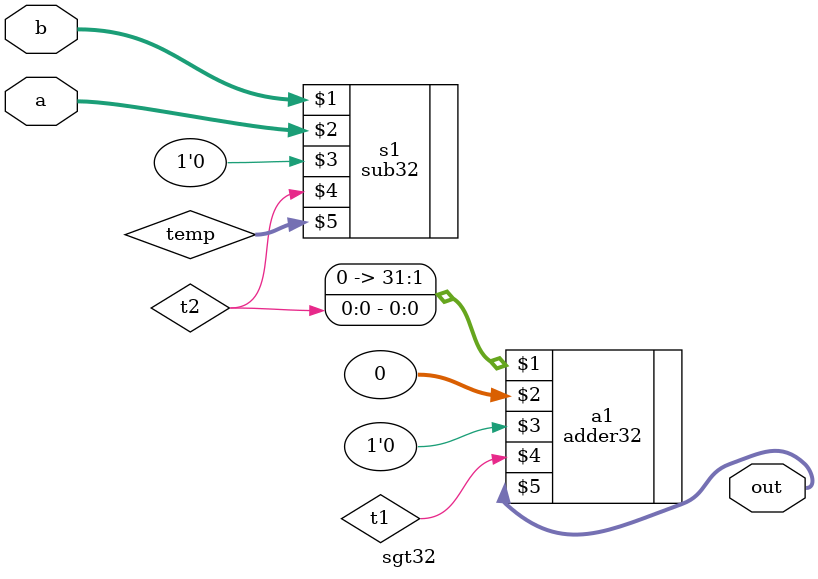
<source format=v>
`timescale 1ns / 1ps

module sgt32(
input [31:0] a,
input [31:0] b,
output [31:0] out
    );
wire [31:0] temp;
wire t1,t2;
sub32 s1(b,a,1'b0,t2,temp);
adder32 a1({31'b0,t2},32'b0,1'b0,t1,out);
endmodule
</source>
